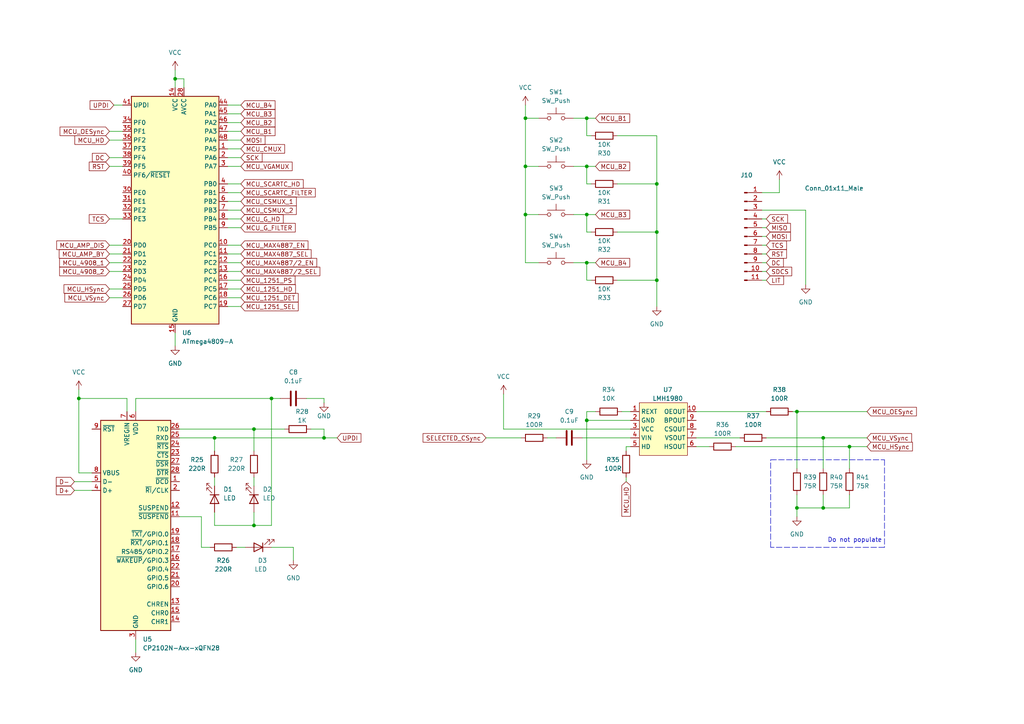
<source format=kicad_sch>
(kicad_sch (version 20211123) (generator eeschema)
  (paper "A4")
  (title_block (title "RT5XP-EXP") (date "2023-09-01") (rev "V1.2") (company "Artjom Eske"))
  (lib_symbols
    (symbol "Connector:Conn_01x11_Male" (pin_names (offset 1.016) hide)
      (property "Reference" "J" (at 0 15.24 0))
      (property "Value" "Conn_01x11_Male" (at 0 -15.24 0))
      (symbol "Conn_01x11_Male_1_1"
        (polyline (pts (xy 1.27 -12.7) (xy 0.8636 -12.7)) (stroke (width 0.1524)))
        (polyline (pts (xy 1.27 -10.16) (xy 0.8636 -10.16)) (stroke (width 0.1524)))
        (polyline (pts (xy 1.27 -7.62) (xy 0.8636 -7.62)) (stroke (width 0.1524)))
        (polyline (pts (xy 1.27 -5.08) (xy 0.8636 -5.08)) (stroke (width 0.1524)))
        (polyline (pts (xy 1.27 -2.54) (xy 0.8636 -2.54)) (stroke (width 0.1524)))
        (polyline (pts (xy 1.27 0) (xy 0.8636 0)) (stroke (width 0.1524)))
        (polyline (pts (xy 1.27 2.54) (xy 0.8636 2.54)) (stroke (width 0.1524)))
        (polyline (pts (xy 1.27 5.08) (xy 0.8636 5.08)) (stroke (width 0.1524)))
        (polyline (pts (xy 1.27 7.62) (xy 0.8636 7.62)) (stroke (width 0.1524)))
        (polyline (pts (xy 1.27 10.16) (xy 0.8636 10.16)) (stroke (width 0.1524)))
        (polyline (pts (xy 1.27 12.7) (xy 0.8636 12.7)) (stroke (width 0.1524)))
        (rectangle (start 0.8636 -12.573) (end 0 -12.827) (stroke (width 0.1524)) (fill (type outline)))
        (rectangle (start 0.8636 -10.033) (end 0 -10.287) (stroke (width 0.1524)) (fill (type outline)))
        (rectangle (start 0.8636 -7.493) (end 0 -7.747) (stroke (width 0.1524)) (fill (type outline)))
        (rectangle (start 0.8636 -4.953) (end 0 -5.207) (stroke (width 0.1524)) (fill (type outline)))
        (rectangle (start 0.8636 -2.413) (end 0 -2.667) (stroke (width 0.1524)) (fill (type outline)))
        (rectangle (start 0.8636 0.127) (end 0 -0.127) (stroke (width 0.1524)) (fill (type outline)))
        (rectangle (start 0.8636 2.667) (end 0 2.413) (stroke (width 0.1524)) (fill (type outline)))
        (rectangle (start 0.8636 5.207) (end 0 4.953) (stroke (width 0.1524)) (fill (type outline)))
        (rectangle (start 0.8636 7.747) (end 0 7.493) (stroke (width 0.1524)) (fill (type outline)))
        (rectangle (start 0.8636 10.287) (end 0 10.033) (stroke (width 0.1524)) (fill (type outline)))
        (rectangle (start 0.8636 12.827) (end 0 12.573) (stroke (width 0.1524)) (fill (type outline)))
        (pin passive line (at 5.08 12.7 180) (length 3.81) (name "Pin_1") (number "1"))
        (pin passive line (at 5.08 -10.16 180) (length 3.81) (name "Pin_10") (number "10"))
        (pin passive line (at 5.08 -12.7 180) (length 3.81) (name "Pin_11") (number "11"))
        (pin passive line (at 5.08 10.16 180) (length 3.81) (name "Pin_2") (number "2"))
        (pin passive line (at 5.08 7.62 180) (length 3.81) (name "Pin_3") (number "3"))
        (pin passive line (at 5.08 5.08 180) (length 3.81) (name "Pin_4") (number "4"))
        (pin passive line (at 5.08 2.54 180) (length 3.81) (name "Pin_5") (number "5"))
        (pin passive line (at 5.08 0 180) (length 3.81) (name "Pin_6") (number "6"))
        (pin passive line (at 5.08 -2.54 180) (length 3.81) (name "Pin_7") (number "7"))
        (pin passive line (at 5.08 -5.08 180) (length 3.81) (name "Pin_8") (number "8"))
        (pin passive line (at 5.08 -7.62 180) (length 3.81) (name "Pin_9") (number "9"))
      )
    )
    (symbol "Device:C" (pin_numbers hide) (pin_names (offset 0.254))
      (property "Reference" "C" (at 0.635 2.54 0))
      (property "Value" "C" (at 0.635 -2.54 0))
      (symbol "C_0_1"
        (polyline (pts (xy -2.032 -0.762) (xy 2.032 -0.762)) (stroke (width 0.508)))
        (polyline (pts (xy -2.032 0.762) (xy 2.032 0.762)) (stroke (width 0.508)))
      )
      (symbol "C_1_1"
        (pin passive line (at 0 3.81 270) (length 2.794) (name "~") (number "1"))
        (pin passive line (at 0 -3.81 90) (length 2.794) (name "~") (number "2"))
      )
    )
    (symbol "Device:LED" (pin_numbers hide) (pin_names (offset 1.016) hide)
      (property "Reference" "D" (at 0 2.54 0))
      (property "Value" "LED" (at 0 -2.54 0))
      (symbol "LED_0_1"
        (polyline (pts (xy -1.27 -1.27) (xy -1.27 1.27)) (stroke (width 0.254)))
        (polyline (pts (xy -1.27 0) (xy 1.27 0)))
        (polyline (pts (xy 1.27 -1.27) (xy 1.27 1.27) (xy -1.27 0) (xy 1.27 -1.27)) (stroke (width 0.254)))
        (polyline (pts (xy -3.048 -0.762) (xy -4.572 -2.286) (xy -3.81 -2.286) (xy -4.572 -2.286) (xy -4.572 -1.524)))
        (polyline (pts (xy -1.778 -0.762) (xy -3.302 -2.286) (xy -2.54 -2.286) (xy -3.302 -2.286) (xy -3.302 -1.524)))
      )
      (symbol "LED_1_1"
        (pin passive line (at -3.81 0 0) (length 2.54) (name "K") (number "1"))
        (pin passive line (at 3.81 0 180) (length 2.54) (name "A") (number "2"))
      )
    )
    (symbol "Interface_USB:CP2102N-Axx-xQFN28"
      (property "Reference" "U" (at -8.89 31.75 0))
      (property "Value" "CP2102N-Axx-xQFN28" (at 12.7 31.75 0))
      (symbol "CP2102N-Axx-xQFN28_0_1"
        (rectangle (start -10.16 30.48) (end 10.16 -30.48) (stroke (width 0.254)) (fill (type background)))
      )
      (symbol "CP2102N-Axx-xQFN28_1_1"
        (pin input line (at 12.7 12.7 180) (length 2.54) (name "~{DCD}") (number "1"))
        (pin no_connect line (at -10.16 -27.94 0) (length 2.54) hide (name "NC") (number "10"))
        (pin output line (at 12.7 2.54 180) (length 2.54) (name "~{SUSPEND}") (number "11"))
        (pin output line (at 12.7 5.08 180) (length 2.54) (name "SUSPEND") (number "12"))
        (pin output line (at 12.7 -22.86 180) (length 2.54) (name "CHREN") (number "13"))
        (pin output line (at 12.7 -27.94 180) (length 2.54) (name "CHR1") (number "14"))
        (pin output line (at 12.7 -25.4 180) (length 2.54) (name "CHR0") (number "15"))
        (pin bidirectional line (at 12.7 -10.16 180) (length 2.54) (name "~{WAKEUP}/GPIO.3") (number "16"))
        (pin bidirectional line (at 12.7 -7.62 180) (length 2.54) (name "RS485/GPIO.2") (number "17"))
        (pin bidirectional line (at 12.7 -5.08 180) (length 2.54) (name "~{RXT}/GPIO.1") (number "18"))
        (pin bidirectional line (at 12.7 -2.54 180) (length 2.54) (name "~{TXT}/GPIO.0") (number "19"))
        (pin bidirectional line (at 12.7 10.16 180) (length 2.54) (name "~{RI}/CLK") (number "2"))
        (pin bidirectional line (at 12.7 -17.78 180) (length 2.54) (name "GPIO.6") (number "20"))
        (pin bidirectional line (at 12.7 -15.24 180) (length 2.54) (name "GPIO.5") (number "21"))
        (pin bidirectional line (at 12.7 -12.7 180) (length 2.54) (name "GPIO.4") (number "22"))
        (pin input line (at 12.7 20.32 180) (length 2.54) (name "~{CTS}") (number "23"))
        (pin output line (at 12.7 22.86 180) (length 2.54) (name "~{RTS}") (number "24"))
        (pin input line (at 12.7 25.4 180) (length 2.54) (name "RXD") (number "25"))
        (pin output line (at 12.7 27.94 180) (length 2.54) (name "TXD") (number "26"))
        (pin input line (at 12.7 17.78 180) (length 2.54) (name "~{DSR}") (number "27"))
        (pin output line (at 12.7 15.24 180) (length 2.54) (name "~{DTR}") (number "28"))
        (pin passive line (at 0 -33.02 90) (length 2.54) hide (name "GND") (number "29"))
        (pin power_in line (at 0 -33.02 90) (length 2.54) (name "GND") (number "3"))
        (pin bidirectional line (at -12.7 10.16 0) (length 2.54) (name "D+") (number "4"))
        (pin bidirectional line (at -12.7 12.7 0) (length 2.54) (name "D-") (number "5"))
        (pin power_in line (at 0 33.02 270) (length 2.54) (name "VDD") (number "6"))
        (pin power_in line (at -2.54 33.02 270) (length 2.54) (name "VREGIN") (number "7"))
        (pin input line (at -12.7 15.24 0) (length 2.54) (name "VBUS") (number "8"))
        (pin input line (at -12.7 27.94 0) (length 2.54) (name "~{RST}") (number "9"))
      )
    )
    (symbol "MCU_Microchip_ATmega:ATmega4809-A"
      (property "Reference" "U" (at -12.7 34.29 0))
      (property "Value" "ATmega4809-A" (at 2.54 -34.29 0))
      (symbol "ATmega4809-A_0_1"
        (rectangle (start -12.7 -33.02) (end 12.7 33.02) (stroke (width 0.254)) (fill (type background)))
      )
      (symbol "ATmega4809-A_1_1"
        (pin bidirectional line (at 15.24 17.78 180) (length 2.54) (name "PA5") (number "1"))
        (pin bidirectional line (at 15.24 -10.16 180) (length 2.54) (name "PC0") (number "10"))
        (pin bidirectional line (at 15.24 -12.7 180) (length 2.54) (name "PC1") (number "11"))
        (pin bidirectional line (at 15.24 -15.24 180) (length 2.54) (name "PC2") (number "12"))
        (pin bidirectional line (at 15.24 -17.78 180) (length 2.54) (name "PC3") (number "13"))
        (pin power_in line (at 0 35.56 270) (length 2.54) (name "VCC") (number "14"))
        (pin power_in line (at 0 -35.56 90) (length 2.54) (name "GND") (number "15"))
        (pin bidirectional line (at 15.24 -20.32 180) (length 2.54) (name "PC4") (number "16"))
        (pin bidirectional line (at 15.24 -22.86 180) (length 2.54) (name "PC5") (number "17"))
        (pin bidirectional line (at 15.24 -25.4 180) (length 2.54) (name "PC6") (number "18"))
        (pin bidirectional line (at 15.24 -27.94 180) (length 2.54) (name "PC7") (number "19"))
        (pin bidirectional line (at 15.24 15.24 180) (length 2.54) (name "PA6") (number "2"))
        (pin bidirectional line (at -15.24 -10.16 0) (length 2.54) (name "PD0") (number "20"))
        (pin bidirectional line (at -15.24 -12.7 0) (length 2.54) (name "PD1") (number "21"))
        (pin bidirectional line (at -15.24 -15.24 0) (length 2.54) (name "PD2") (number "22"))
        (pin bidirectional line (at -15.24 -17.78 0) (length 2.54) (name "PD3") (number "23"))
        (pin bidirectional line (at -15.24 -20.32 0) (length 2.54) (name "PD4") (number "24"))
        (pin bidirectional line (at -15.24 -22.86 0) (length 2.54) (name "PD5") (number "25"))
        (pin bidirectional line (at -15.24 -25.4 0) (length 2.54) (name "PD6") (number "26"))
        (pin bidirectional line (at -15.24 -27.94 0) (length 2.54) (name "PD7") (number "27"))
        (pin power_in line (at 2.54 35.56 270) (length 2.54) (name "AVCC") (number "28"))
        (pin passive line (at 0 -35.56 90) (length 2.54) hide (name "GND") (number "29"))
        (pin bidirectional line (at 15.24 12.7 180) (length 2.54) (name "PA7") (number "3"))
        (pin bidirectional line (at -15.24 5.08 0) (length 2.54) (name "PE0") (number "30"))
        (pin bidirectional line (at -15.24 2.54 0) (length 2.54) (name "PE1") (number "31"))
        (pin bidirectional line (at -15.24 0 0) (length 2.54) (name "PE2") (number "32"))
        (pin bidirectional line (at -15.24 -2.54 0) (length 2.54) (name "PE3") (number "33"))
        (pin bidirectional line (at -15.24 25.4 0) (length 2.54) (name "PF0") (number "34"))
        (pin bidirectional line (at -15.24 22.86 0) (length 2.54) (name "PF1") (number "35"))
        (pin bidirectional line (at -15.24 20.32 0) (length 2.54) (name "PF2") (number "36"))
        (pin bidirectional line (at -15.24 17.78 0) (length 2.54) (name "PF3") (number "37"))
        (pin bidirectional line (at -15.24 15.24 0) (length 2.54) (name "PF4") (number "38"))
        (pin bidirectional line (at -15.24 12.7 0) (length 2.54) (name "PF5") (number "39"))
        (pin bidirectional line (at 15.24 7.62 180) (length 2.54) (name "PB0") (number "4"))
        (pin bidirectional line (at -15.24 10.16 0) (length 2.54) (name "PF6/~{RESET}") (number "40"))
        (pin bidirectional line (at -15.24 30.48 0) (length 2.54) (name "UPDI") (number "41"))
        (pin passive line (at 0 35.56 270) (length 2.54) hide (name "VCC") (number "42"))
        (pin passive line (at 0 -35.56 90) (length 2.54) hide (name "GND") (number "43"))
        (pin bidirectional line (at 15.24 30.48 180) (length 2.54) (name "PA0") (number "44"))
        (pin bidirectional line (at 15.24 27.94 180) (length 2.54) (name "PA1") (number "45"))
        (pin bidirectional line (at 15.24 25.4 180) (length 2.54) (name "PA2") (number "46"))
        (pin bidirectional line (at 15.24 22.86 180) (length 2.54) (name "PA3") (number "47"))
        (pin bidirectional line (at 15.24 20.32 180) (length 2.54) (name "PA4") (number "48"))
        (pin bidirectional line (at 15.24 5.08 180) (length 2.54) (name "PB1") (number "5"))
        (pin bidirectional line (at 15.24 2.54 180) (length 2.54) (name "PB2") (number "6"))
        (pin bidirectional line (at 15.24 0 180) (length 2.54) (name "PB3") (number "7"))
        (pin bidirectional line (at 15.24 -2.54 180) (length 2.54) (name "PB4") (number "8"))
        (pin bidirectional line (at 15.24 -5.08 180) (length 2.54) (name "PB5") (number "9"))
      )
    )
    (symbol "RT5XP_EXP:LMH1980"
      (property "Reference" "U" (at 0 8.89 0))
      (property "Value" "LMH1980" (at 0 11.43 0))
      (symbol "LMH1980_0_1"
        (rectangle (start -7.62 7.62) (end 6.35 -7.62) (fill (type background)))
      )
      (symbol "LMH1980_1_1"
        (pin input line (at -10.16 5.08 0) (length 2.54) (name "REXT") (number "1"))
        (pin input line (at 8.89 5.08 180) (length 2.54) (name "OEOUT") (number "10"))
        (pin input line (at -10.16 2.54 0) (length 2.54) (name "GND") (number "2"))
        (pin input line (at -10.16 0 0) (length 2.54) (name "VCC") (number "3"))
        (pin input line (at -10.16 -2.54 0) (length 2.54) (name "VIN") (number "4"))
        (pin input line (at -10.16 -5.08 0) (length 2.54) (name "HD") (number "5"))
        (pin input line (at 8.89 -5.08 180) (length 2.54) (name "HSOUT") (number "6"))
        (pin input line (at 8.89 -2.54 180) (length 2.54) (name "VSOUT") (number "7"))
        (pin input line (at 8.89 0 180) (length 2.54) (name "CSOUT") (number "8"))
        (pin input line (at 8.89 2.54 180) (length 2.54) (name "BPOUT") (number "9"))
      )
    )
    (symbol "RT5XP_EXP:R" (pin_numbers hide)
      (property "Reference" "R" (at 1.778 0 0))
      (property "Value" "R" (at 0 0 0))
      (symbol "R_0_1"
        (rectangle (start -1.016 -2.54) (end 1.016 2.54) (stroke (width 0.254)))
      )
      (symbol "R_1_1"
        (pin passive line (at 0 3.81 270) (length 1.27) (name "~") (number "1"))
        (pin passive line (at 0 -3.81 90) (length 1.27) (name "") (number "2"))
      )
    )
    (symbol "Switch:SW_Push" (pin_numbers hide) (pin_names (offset 1.016) hide)
      (property "Reference" "SW" (at 1.27 2.54 0))
      (property "Value" "SW_Push" (at 0 -1.524 0))
      (symbol "SW_Push_0_1"
        (circle (center -2.032 0) (radius 0.508))
        (polyline (pts (xy 0 1.27) (xy 0 3.048)))
        (polyline (pts (xy 2.54 1.27) (xy -2.54 1.27)))
        (circle (center 2.032 0) (radius 0.508))
        (pin passive line (at -5.08 0 0) (length 2.54) (name "1") (number "1"))
        (pin passive line (at 5.08 0 180) (length 2.54) (name "2") (number "2"))
      )
    )
    (symbol "power:GND" (power) (pin_names (offset 0))
      (property "Value" "GND" (at 0 -3.81 0))
      (symbol "GND_0_1"
        (polyline (pts (xy 0 0) (xy 0 -1.27) (xy 1.27 -1.27) (xy 0 -2.54) (xy -1.27 -1.27) (xy 0 -1.27)))
      )
      (symbol "GND_1_1"
        (pin power_in line (at 0 0 270) (length 0) hide (name "GND") (number "1"))
      )
    )
    (symbol "power:VCC" (power) (pin_names (offset 0))
      (property "Value" "VCC" (at 0 3.81 0))
      (symbol "VCC_0_1"
        (polyline (pts (xy -0.762 1.27) (xy 0 2.54)))
        (polyline (pts (xy 0 0) (xy 0 2.54)))
        (polyline (pts (xy 0 2.54) (xy 0.762 1.27)))
      )
      (symbol "VCC_1_1"
        (pin power_in line (at 0 0 90) (length 0) hide (name "VCC") (number "1"))
      )
    )
  )
  (junction (at 170.18 34.29))
  (junction (at 190.5 53.34))
  (junction (at 238.76 147.32))
  (junction (at 93.98 127))
  (junction (at 50.8 22.86))
  (junction (at 190.5 67.31))
  (junction (at 170.18 121.92))
  (junction (at 170.18 76.2))
  (junction (at 73.66 124.46))
  (junction (at 170.18 48.26))
  (junction (at 231.14 147.32))
  (junction (at 152.4 48.26))
  (junction (at 190.5 81.28))
  (junction (at 152.4 62.23))
  (junction (at 246.38 129.54))
  (junction (at 238.76 127))
  (junction (at 73.66 152.4))
  (junction (at 152.4 34.29))
  (junction (at 22.86 115.57))
  (junction (at 231.14 119.38))
  (junction (at 62.23 127))
  (junction (at 78.74 115.57))
  (junction (at 170.18 62.23))
  (wire (pts (xy 69.85 38.1) (xy 66.04 38.1)))
  (wire (pts (xy 69.85 83.82) (xy 66.04 83.82)))
  (wire (pts (xy 170.18 34.29) (xy 172.72 34.29)))
  (wire (pts (xy 170.18 81.28) (xy 170.18 76.2)))
  (wire (pts (xy 50.8 20.32) (xy 50.8 22.86)))
  (wire (pts (xy 22.86 115.57) (xy 22.86 113.03)))
  (wire (pts (xy 222.25 78.74) (xy 220.98 78.74)))
  (wire (pts (xy 222.25 63.5) (xy 220.98 63.5)))
  (wire (pts (xy 170.18 76.2) (xy 172.72 76.2)))
  (wire (pts (xy 166.37 34.29) (xy 170.18 34.29)))
  (wire (pts (xy 152.4 76.2) (xy 156.21 76.2)))
  (wire (pts (xy 69.85 43.18) (xy 66.04 43.18)))
  (wire (pts (xy 21.59 142.24) (xy 26.67 142.24)))
  (wire (pts (xy 31.75 45.72) (xy 35.56 45.72)))
  (wire (pts (xy 69.85 40.64) (xy 66.04 40.64)))
  (wire (pts (xy 62.23 140.97) (xy 62.23 138.43)))
  (wire (pts (xy 69.85 60.96) (xy 66.04 60.96)))
  (wire (pts (xy 233.68 60.96) (xy 233.68 82.55)))
  (wire (pts (xy 62.23 127) (xy 62.23 130.81)))
  (wire (pts (xy 78.74 115.57) (xy 78.74 152.4)))
  (wire (pts (xy 152.4 34.29) (xy 152.4 48.26)))
  (wire (pts (xy 146.05 114.3) (xy 146.05 124.46)))
  (wire (pts (xy 246.38 147.32) (xy 238.76 147.32)))
  (wire (pts (xy 73.66 124.46) (xy 73.66 130.81)))
  (wire (pts (xy 85.09 158.75) (xy 85.09 162.56)))
  (wire (pts (xy 93.98 115.57) (xy 93.98 116.84)))
  (wire (pts (xy 39.37 185.42) (xy 39.37 189.23)))
  (wire (pts (xy 181.61 129.54) (xy 181.61 130.81)))
  (wire (pts (xy 78.74 115.57) (xy 81.28 115.57)))
  (wire (pts (xy 152.4 48.26) (xy 152.4 62.23)))
  (wire (pts (xy 152.4 62.23) (xy 152.4 76.2)))
  (wire (pts (xy 172.72 119.38) (xy 170.18 119.38)))
  (wire (pts (xy 22.86 115.57) (xy 36.83 115.57)))
  (wire (pts (xy 220.98 60.96) (xy 233.68 60.96)))
  (wire (pts (xy 251.46 119.38) (xy 231.14 119.38)))
  (wire (pts (xy 58.42 149.86) (xy 58.42 158.75)))
  (wire (pts (xy 73.66 152.4) (xy 78.74 152.4)))
  (wire (pts (xy 69.85 58.42) (xy 66.04 58.42)))
  (wire (pts (xy 152.4 48.26) (xy 156.21 48.26)))
  (wire (pts (xy 166.37 76.2) (xy 170.18 76.2)))
  (wire (pts (xy 69.85 86.36) (xy 66.04 86.36)))
  (wire (pts (xy 201.93 129.54) (xy 205.74 129.54)))
  (wire (pts (xy 69.85 30.48) (xy 66.04 30.48)))
  (wire (pts (xy 231.14 147.32) (xy 231.14 149.86)))
  (wire (pts (xy 39.37 115.57) (xy 78.74 115.57)))
  (wire (pts (xy 69.85 78.74) (xy 66.04 78.74)))
  (wire (pts (xy 90.17 124.46) (xy 93.98 124.46)))
  (wire (pts (xy 31.75 78.74) (xy 35.56 78.74)))
  (wire (pts (xy 171.45 39.37) (xy 170.18 39.37)))
  (wire (pts (xy 152.4 34.29) (xy 156.21 34.29)))
  (wire (pts (xy 93.98 124.46) (xy 93.98 127)))
  (wire (pts (xy 31.75 40.64) (xy 35.56 40.64)))
  (wire (pts (xy 222.25 71.12) (xy 220.98 71.12)))
  (wire (pts (xy 22.86 137.16) (xy 22.86 115.57)))
  (wire (pts (xy 170.18 39.37) (xy 170.18 34.29)))
  (wire (pts (xy 222.25 68.58) (xy 220.98 68.58)))
  (wire (pts (xy 190.5 39.37) (xy 190.5 53.34)))
  (wire (pts (xy 231.14 147.32) (xy 231.14 143.51)))
  (wire (pts (xy 238.76 127) (xy 238.76 135.89)))
  (wire (pts (xy 251.46 127) (xy 238.76 127)))
  (wire (pts (xy 31.75 71.12) (xy 35.56 71.12)))
  (wire (pts (xy 50.8 22.86) (xy 50.8 25.4)))
  (wire (pts (xy 69.85 35.56) (xy 66.04 35.56)))
  (wire (pts (xy 62.23 152.4) (xy 62.23 148.59)))
  (wire (pts (xy 33.02 30.48) (xy 35.56 30.48)))
  (wire (pts (xy 246.38 143.51) (xy 246.38 147.32)))
  (wire (pts (xy 222.25 81.28) (xy 220.98 81.28)))
  (wire (pts (xy 73.66 152.4) (xy 73.66 148.59)))
  (wire (pts (xy 179.07 81.28) (xy 190.5 81.28)))
  (wire (pts (xy 226.06 55.88) (xy 226.06 52.07)))
  (wire (pts (xy 231.14 119.38) (xy 231.14 135.89)))
  (wire (pts (xy 31.75 76.2) (xy 35.56 76.2)))
  (wire (pts (xy 53.34 22.86) (xy 53.34 25.4)))
  (wire (pts (xy 52.07 124.46) (xy 73.66 124.46)))
  (wire (pts (xy 238.76 143.51) (xy 238.76 147.32)))
  (wire (pts (xy 26.67 137.16) (xy 22.86 137.16)))
  (wire (pts (xy 31.75 86.36) (xy 35.56 86.36)))
  (wire (pts (xy 170.18 53.34) (xy 170.18 48.26)))
  (wire (pts (xy 220.98 55.88) (xy 226.06 55.88)))
  (wire (pts (xy 170.18 62.23) (xy 172.72 62.23)))
  (polyline (pts (xy 256.54 133.35) (xy 256.54 158.75)))
  (wire (pts (xy 140.97 127) (xy 151.13 127)))
  (wire (pts (xy 179.07 53.34) (xy 190.5 53.34)))
  (wire (pts (xy 246.38 129.54) (xy 251.46 129.54)))
  (wire (pts (xy 62.23 127) (xy 93.98 127)))
  (wire (pts (xy 69.85 81.28) (xy 66.04 81.28)))
  (wire (pts (xy 69.85 33.02) (xy 66.04 33.02)))
  (wire (pts (xy 31.75 73.66) (xy 35.56 73.66)))
  (wire (pts (xy 93.98 127) (xy 97.79 127)))
  (wire (pts (xy 170.18 119.38) (xy 170.18 121.92)))
  (wire (pts (xy 190.5 67.31) (xy 190.5 81.28)))
  (wire (pts (xy 246.38 129.54) (xy 246.38 135.89)))
  (wire (pts (xy 152.4 30.48) (xy 152.4 34.29)))
  (wire (pts (xy 69.85 53.34) (xy 66.04 53.34)))
  (wire (pts (xy 21.59 139.7) (xy 26.67 139.7)))
  (wire (pts (xy 78.74 158.75) (xy 85.09 158.75)))
  (wire (pts (xy 69.85 71.12) (xy 66.04 71.12)))
  (wire (pts (xy 171.45 67.31) (xy 170.18 67.31)))
  (wire (pts (xy 152.4 62.23) (xy 156.21 62.23)))
  (wire (pts (xy 171.45 81.28) (xy 170.18 81.28)))
  (wire (pts (xy 222.25 76.2) (xy 220.98 76.2)))
  (wire (pts (xy 170.18 121.92) (xy 170.18 133.35)))
  (wire (pts (xy 31.75 48.26) (xy 35.56 48.26)))
  (wire (pts (xy 190.5 53.34) (xy 190.5 67.31)))
  (polyline (pts (xy 223.52 133.35) (xy 256.54 133.35)))
  (wire (pts (xy 171.45 53.34) (xy 170.18 53.34)))
  (wire (pts (xy 201.93 127) (xy 214.63 127)))
  (wire (pts (xy 158.75 127) (xy 161.29 127)))
  (wire (pts (xy 69.85 88.9) (xy 66.04 88.9)))
  (wire (pts (xy 166.37 62.23) (xy 170.18 62.23)))
  (wire (pts (xy 69.85 73.66) (xy 66.04 73.66)))
  (wire (pts (xy 179.07 67.31) (xy 190.5 67.31)))
  (wire (pts (xy 180.34 119.38) (xy 182.88 119.38)))
  (wire (pts (xy 182.88 124.46) (xy 146.05 124.46)))
  (wire (pts (xy 58.42 158.75) (xy 60.96 158.75)))
  (wire (pts (xy 166.37 48.26) (xy 170.18 48.26)))
  (wire (pts (xy 201.93 119.38) (xy 222.25 119.38)))
  (wire (pts (xy 190.5 81.28) (xy 190.5 88.9)))
  (wire (pts (xy 222.25 66.04) (xy 220.98 66.04)))
  (wire (pts (xy 73.66 140.97) (xy 73.66 138.43)))
  (wire (pts (xy 50.8 96.52) (xy 50.8 100.33)))
  (wire (pts (xy 69.85 76.2) (xy 66.04 76.2)))
  (wire (pts (xy 69.85 66.04) (xy 66.04 66.04)))
  (wire (pts (xy 69.85 48.26) (xy 66.04 48.26)))
  (wire (pts (xy 73.66 124.46) (xy 82.55 124.46)))
  (wire (pts (xy 181.61 129.54) (xy 182.88 129.54)))
  (wire (pts (xy 168.91 127) (xy 182.88 127)))
  (wire (pts (xy 69.85 45.72) (xy 66.04 45.72)))
  (wire (pts (xy 88.9 115.57) (xy 93.98 115.57)))
  (wire (pts (xy 69.85 63.5) (xy 66.04 63.5)))
  (wire (pts (xy 170.18 48.26) (xy 172.72 48.26)))
  (polyline (pts (xy 256.54 158.75) (xy 223.52 158.75)))
  (wire (pts (xy 31.75 83.82) (xy 35.56 83.82)))
  (wire (pts (xy 73.66 152.4) (xy 62.23 152.4)))
  (wire (pts (xy 39.37 119.38) (xy 39.37 115.57)))
  (wire (pts (xy 69.85 55.88) (xy 66.04 55.88)))
  (wire (pts (xy 231.14 119.38) (xy 229.87 119.38)))
  (wire (pts (xy 50.8 22.86) (xy 53.34 22.86)))
  (wire (pts (xy 52.07 127) (xy 62.23 127)))
  (wire (pts (xy 170.18 67.31) (xy 170.18 62.23)))
  (wire (pts (xy 181.61 139.7) (xy 181.61 138.43)))
  (wire (pts (xy 31.75 63.5) (xy 35.56 63.5)))
  (wire (pts (xy 31.75 38.1) (xy 35.56 38.1)))
  (wire (pts (xy 231.14 147.32) (xy 238.76 147.32)))
  (wire (pts (xy 179.07 39.37) (xy 190.5 39.37)))
  (wire (pts (xy 182.88 121.92) (xy 170.18 121.92)))
  (wire (pts (xy 36.83 115.57) (xy 36.83 119.38)))
  (polyline (pts (xy 223.52 158.75) (xy 223.52 133.35)))
  (wire (pts (xy 222.25 127) (xy 238.76 127)))
  (wire (pts (xy 52.07 149.86) (xy 58.42 149.86)))
  (wire (pts (xy 213.36 129.54) (xy 246.38 129.54)))
  (wire (pts (xy 222.25 73.66) (xy 220.98 73.66)))
  (wire (pts (xy 71.12 158.75) (xy 68.58 158.75)))
  (text "Do not populate" (at 240.03 157.48 0) (effects (font (size 1.27 1.27)) (justify left bottom)))
  (global_label "MOSI" (shape input) (at 222.25 68.58 0) (property "Intersheet References" "${INTERSHEET_REFS}" (effects hide)))
  (global_label "MCU_B4" (shape input) (at 69.85 30.48 0) (property "Intersheet References" "${INTERSHEET_REFS}" (effects hide)))
  (global_label "TCS" (shape input) (at 222.25 71.12 0) (property "Intersheet References" "${INTERSHEET_REFS}" (effects hide)))
  (global_label "MCU_SCARTC_HD" (shape input) (at 69.85 53.34 0) (property "Intersheet References" "${INTERSHEET_REFS}" (effects hide)))
  (global_label "MCU_G_HD" (shape input) (at 69.85 63.5 0) (property "Intersheet References" "${INTERSHEET_REFS}" (effects hide)))
  (global_label "SCK" (shape input) (at 222.25 63.5 0) (property "Intersheet References" "${INTERSHEET_REFS}" (effects hide)))
  (global_label "MCU_OESync" (shape input) (at 31.75 38.1 180) (property "Intersheet References" "${INTERSHEET_REFS}" (effects hide)))
  (global_label "D+" (shape input) (at 21.59 142.24 180) (property "Intersheet References" "${INTERSHEET_REFS}" (effects hide)))
  (global_label "MCU_B1" (shape input) (at 172.72 34.29 0) (property "Intersheet References" "${INTERSHEET_REFS}" (effects hide)))
  (global_label "UPDI" (shape input) (at 97.79 127 0) (property "Intersheet References" "${INTERSHEET_REFS}" (effects hide)))
  (global_label "MCU_MAX4887_SEL" (shape input) (at 69.85 73.66 0) (property "Intersheet References" "${INTERSHEET_REFS}" (effects hide)))
  (global_label "RST" (shape input) (at 31.75 48.26 180) (property "Intersheet References" "${INTERSHEET_REFS}" (effects hide)))
  (global_label "MCU_G_FILTER" (shape input) (at 69.85 66.04 0) (property "Intersheet References" "${INTERSHEET_REFS}" (effects hide)))
  (global_label "MCU_OESync" (shape input) (at 251.46 119.38 0) (property "Intersheet References" "${INTERSHEET_REFS}" (effects hide)))
  (global_label "MCU_VSync" (shape input) (at 31.75 86.36 180) (property "Intersheet References" "${INTERSHEET_REFS}" (effects hide)))
  (global_label "MCU_1251_DET" (shape input) (at 69.85 86.36 0) (property "Intersheet References" "${INTERSHEET_REFS}" (effects hide)))
  (global_label "DC" (shape input) (at 222.25 76.2 0) (property "Intersheet References" "${INTERSHEET_REFS}" (effects hide)))
  (global_label "LIT" (shape input) (at 222.25 81.28 0) (property "Intersheet References" "${INTERSHEET_REFS}" (effects hide)))
  (global_label "SCK" (shape input) (at 69.85 45.72 0) (property "Intersheet References" "${INTERSHEET_REFS}" (effects hide)))
  (global_label "MCU_HD" (shape input) (at 181.61 139.7 270) (property "Intersheet References" "${INTERSHEET_REFS}" (effects hide)))
  (global_label "MCU_B4" (shape input) (at 172.72 76.2 0) (property "Intersheet References" "${INTERSHEET_REFS}" (effects hide)))
  (global_label "RST" (shape input) (at 222.25 73.66 0) (property "Intersheet References" "${INTERSHEET_REFS}" (effects hide)))
  (global_label "D-" (shape input) (at 21.59 139.7 180) (property "Intersheet References" "${INTERSHEET_REFS}" (effects hide)))
  (global_label "MCU_B3" (shape input) (at 69.85 33.02 0) (property "Intersheet References" "${INTERSHEET_REFS}" (effects hide)))
  (global_label "MCU_B3" (shape input) (at 172.72 62.23 0) (property "Intersheet References" "${INTERSHEET_REFS}" (effects hide)))
  (global_label "MCU_HSync" (shape input) (at 251.46 129.54 0) (property "Intersheet References" "${INTERSHEET_REFS}" (effects hide)))
  (global_label "MCU_CMUX" (shape input) (at 69.85 43.18 0) (property "Intersheet References" "${INTERSHEET_REFS}" (effects hide)))
  (global_label "MCU_SCARTC_FILTER" (shape input) (at 69.85 55.88 0) (property "Intersheet References" "${INTERSHEET_REFS}" (effects hide)))
  (global_label "MCU_AMP_BY" (shape input) (at 31.75 73.66 180) (property "Intersheet References" "${INTERSHEET_REFS}" (effects hide)))
  (global_label "MCU_VGAMUX" (shape input) (at 69.85 48.26 0) (property "Intersheet References" "${INTERSHEET_REFS}" (effects hide)))
  (global_label "MCU_CSMUX_1" (shape input) (at 69.85 58.42 0) (property "Intersheet References" "${INTERSHEET_REFS}" (effects hide)))
  (global_label "UPDI" (shape input) (at 33.02 30.48 180) (property "Intersheet References" "${INTERSHEET_REFS}" (effects hide)))
  (global_label "MCU_VSync" (shape input) (at 251.46 127 0) (property "Intersheet References" "${INTERSHEET_REFS}" (effects hide)))
  (global_label "SELECTED_CSync" (shape input) (at 140.97 127 180) (property "Intersheet References" "${INTERSHEET_REFS}" (effects hide)))
  (global_label "MCU_CSMUX_2" (shape input) (at 69.85 60.96 0) (property "Intersheet References" "${INTERSHEET_REFS}" (effects hide)))
  (global_label "SDCS" (shape input) (at 222.25 78.74 0) (property "Intersheet References" "${INTERSHEET_REFS}" (effects hide)))
  (global_label "TCS" (shape input) (at 31.75 63.5 180) (property "Intersheet References" "${INTERSHEET_REFS}" (effects hide)))
  (global_label "MCU_AMP_DIS" (shape input) (at 31.75 71.12 180) (property "Intersheet References" "${INTERSHEET_REFS}" (effects hide)))
  (global_label "MOSI" (shape input) (at 69.85 40.64 0) (property "Intersheet References" "${INTERSHEET_REFS}" (effects hide)))
  (global_label "MCU_B2" (shape input) (at 69.85 35.56 0) (property "Intersheet References" "${INTERSHEET_REFS}" (effects hide)))
  (global_label "MCU_HD" (shape input) (at 31.75 40.64 180) (property "Intersheet References" "${INTERSHEET_REFS}" (effects hide)))
  (global_label "MCU_1251_SEL" (shape input) (at 69.85 88.9 0) (property "Intersheet References" "${INTERSHEET_REFS}" (effects hide)))
  (global_label "DC" (shape input) (at 31.75 45.72 180) (property "Intersheet References" "${INTERSHEET_REFS}" (effects hide)))
  (global_label "MCU_MAX4887{slash}2_EN" (shape input) (at 69.85 76.2 0) (property "Intersheet References" "${INTERSHEET_REFS}" (effects hide)))
  (global_label "MCU_B1" (shape input) (at 69.85 38.1 0) (property "Intersheet References" "${INTERSHEET_REFS}" (effects hide)))
  (global_label "MCU_MAX4887{slash}2_SEL" (shape input) (at 69.85 78.74 0) (property "Intersheet References" "${INTERSHEET_REFS}" (effects hide)))
  (global_label "MCU_HSync" (shape input) (at 31.75 83.82 180) (property "Intersheet References" "${INTERSHEET_REFS}" (effects hide)))
  (global_label "MCU_MAX4887_EN" (shape input) (at 69.85 71.12 0) (property "Intersheet References" "${INTERSHEET_REFS}" (effects hide)))
  (global_label "MCU_4908_2" (shape input) (at 31.75 78.74 180) (property "Intersheet References" "${INTERSHEET_REFS}" (effects hide)))
  (global_label "MCU_4908_1" (shape input) (at 31.75 76.2 180) (property "Intersheet References" "${INTERSHEET_REFS}" (effects hide)))
  (global_label "MCU_1251_PS" (shape input) (at 69.85 81.28 0) (property "Intersheet References" "${INTERSHEET_REFS}" (effects hide)))
  (global_label "MCU_1251_HD" (shape input) (at 69.85 83.82 0) (property "Intersheet References" "${INTERSHEET_REFS}" (effects hide)))
  (global_label "MISO" (shape input) (at 222.25 66.04 0) (property "Intersheet References" "${INTERSHEET_REFS}" (effects hide)))
  (global_label "MCU_B2" (shape input) (at 172.72 48.26 0) (property "Intersheet References" "${INTERSHEET_REFS}" (effects hide)))
  (symbol (lib_id "Switch:SW_Push") (at 161.29 48.26 0) (unit 1)
    (property "Reference" "SW2" (at 161.29 40.64 0))
    (property "Value" "SW_Push" (at 161.29 43.18 0))
    (property "Footprint" "Button_Switch_THT:SW_Tactile_SPST_Angled_PTS645Vx83-2LFS" (effects hide))
  )
  (symbol (lib_id "RT5XP_EXP:R") (at 62.23 134.62 0) (unit 1)
    (property "Reference" "R25" (at 57.15 133.35 0))
    (property "Value" "220R" (at 57.15 135.89 0))
    (property "Footprint" "RT5XP-EXP:R_0603" (effects hide))
  )
  (symbol (lib_id "Switch:SW_Push") (at 161.29 76.2 0) (unit 1)
    (property "Reference" "SW4" (at 161.29 68.58 0))
    (property "Value" "SW_Push" (at 161.29 71.12 0))
    (property "Footprint" "Button_Switch_THT:SW_Tactile_SPST_Angled_PTS645Vx83-2LFS" (effects hide))
  )
  (symbol (lib_id "power:GND") (at 50.8 100.33 0) (unit 1)
    (property "Reference" "#PWR018" (effects hide))
    (property "Value" "GND" (at 50.8 105.41 0))
  )
  (symbol (lib_id "Connector:Conn_01x11_Male") (at 215.9 68.58 0) (unit 1)
    (property "Reference" "J10" (at 216.535 50.8 0))
    (property "Value" "Conn_01x11_Male" (at 241.935 54.61 0))
    (property "Footprint" "Connector_PinHeader_2.54mm:PinHeader_1x11_P2.54mm_Horizontal" (effects hide))
  )
  (symbol (lib_id "power:GND") (at 190.5 88.9 0) (unit 1)
    (property "Reference" "#PWR024" (effects hide))
    (property "Value" "GND" (at 190.5 93.98 0))
  )
  (symbol (lib_id "RT5XP_EXP:R") (at 238.76 139.7 0) (unit 1)
    (property "Reference" "R40" (at 242.57 138.43 0))
    (property "Value" "75R" (at 242.57 140.97 0))
    (property "Footprint" "RT5XP-EXP:R_0603" (effects hide))
  )
  (symbol (lib_id "RT5XP_EXP:R") (at 226.06 119.38 270) (unit 1)
    (property "Reference" "R38" (at 226.06 113.03 90))
    (property "Value" "100R" (at 226.06 115.57 90))
    (property "Footprint" "RT5XP-EXP:R_0603" (effects hide))
  )
  (symbol (lib_id "RT5XP_EXP:R") (at 64.77 158.75 90) (unit 1)
    (property "Reference" "R26" (at 64.77 162.56 90))
    (property "Value" "220R" (at 64.77 165.1 90))
    (property "Footprint" "RT5XP-EXP:R_0603" (effects hide))
  )
  (symbol (lib_id "RT5XP_EXP:R") (at 218.44 127 270) (unit 1)
    (property "Reference" "R37" (at 218.44 120.65 90))
    (property "Value" "100R" (at 218.44 123.19 90))
    (property "Footprint" "RT5XP-EXP:R_0603" (effects hide))
  )
  (symbol (lib_id "RT5XP_EXP:R") (at 86.36 124.46 90) (unit 1)
    (property "Reference" "R28" (at 87.63 119.38 90))
    (property "Value" "1K" (at 87.63 121.92 90))
    (property "Footprint" "RT5XP-EXP:R_0603" (effects hide))
  )
  (symbol (lib_id "power:GND") (at 233.68 82.55 0) (unit 1)
    (property "Reference" "#PWR027" (effects hide))
    (property "Value" "GND" (at 233.68 87.63 0))
  )
  (symbol (lib_id "Device:LED") (at 73.66 144.78 270) (unit 1)
    (property "Reference" "D2" (at 76.2 141.9224 90) (effects (justify left)))
    (property "Value" "LED" (at 76.2 144.4624 90) (effects (justify left)))
    (property "Footprint" "LED_SMD:LED_0603_1608Metric" (effects hide))
  )
  (symbol (lib_id "power:VCC") (at 146.05 114.3 0) (unit 1)
    (property "Reference" "#PWR021" (effects hide))
    (property "Value" "VCC" (at 146.05 109.22 0))
  )
  (symbol (lib_id "RT5XP_EXP:R") (at 175.26 39.37 90) (unit 1)
    (property "Reference" "R30" (at 175.26 44.45 90))
    (property "Value" "10K" (at 175.26 41.91 90))
    (property "Footprint" "RT5XP-EXP:R_0603" (effects hide))
  )
  (symbol (lib_id "Device:C") (at 165.1 127 90) (unit 1)
    (property "Reference" "C9" (at 165.1 119.38 90))
    (property "Value" "0.1uF" (at 165.1 121.92 90))
    (property "Footprint" "Capacitor_SMD:C_0603_1608Metric" (effects hide))
  )
  (symbol (lib_id "power:GND") (at 39.37 189.23 0) (unit 1)
    (property "Reference" "#PWR016" (effects hide))
    (property "Value" "GND" (at 39.37 194.31 0))
  )
  (symbol (lib_id "Device:LED") (at 62.23 144.78 270) (unit 1)
    (property "Reference" "D1" (at 64.77 141.9224 90) (effects (justify left)))
    (property "Value" "LED" (at 64.77 144.4624 90) (effects (justify left)))
    (property "Footprint" "LED_SMD:LED_0603_1608Metric" (effects hide))
  )
  (symbol (lib_id "RT5XP_EXP:R") (at 246.38 139.7 0) (unit 1)
    (property "Reference" "R41" (at 250.19 138.43 0))
    (property "Value" "75R" (at 250.19 140.97 0))
    (property "Footprint" "RT5XP-EXP:R_0603" (effects hide))
  )
  (symbol (lib_id "RT5XP_EXP:R") (at 175.26 81.28 90) (unit 1)
    (property "Reference" "R33" (at 175.26 86.36 90))
    (property "Value" "10K" (at 175.26 83.82 90))
    (property "Footprint" "RT5XP-EXP:R_0603" (effects hide))
  )
  (symbol (lib_id "power:VCC") (at 152.4 30.48 0) (unit 1)
    (property "Reference" "#PWR022" (effects hide))
    (property "Value" "VCC" (at 152.4 25.4 0))
  )
  (symbol (lib_id "Switch:SW_Push") (at 161.29 62.23 0) (unit 1)
    (property "Reference" "SW3" (at 161.29 54.61 0))
    (property "Value" "SW_Push" (at 161.29 57.15 0))
    (property "Footprint" "Button_Switch_THT:SW_Tactile_SPST_Angled_PTS645Vx83-2LFS" (effects hide))
  )
  (symbol (lib_id "RT5XP_EXP:LMH1980") (at 193.04 124.46 0) (unit 1)
    (property "Reference" "U7" (at 193.675 113.03 0))
    (property "Value" "LMH1980" (at 193.675 115.57 0))
    (property "Footprint" "RT5XP-EXP:VSSOP-10_3x3mm_P0.5mm" (effects hide))
  )
  (symbol (lib_id "Device:C") (at 85.09 115.57 270) (unit 1)
    (property "Reference" "C8" (at 85.09 107.95 90))
    (property "Value" "0.1uF" (at 85.09 110.49 90))
    (property "Footprint" "Capacitor_SMD:C_0603_1608Metric" (effects hide))
  )
  (symbol (lib_id "RT5XP_EXP:R") (at 231.14 139.7 0) (unit 1)
    (property "Reference" "R39" (at 234.95 138.43 0))
    (property "Value" "75R" (at 234.95 140.97 0))
    (property "Footprint" "RT5XP-EXP:R_0603" (effects hide))
  )
  (symbol (lib_id "power:GND") (at 231.14 149.86 0) (unit 1)
    (property "Reference" "#PWR026" (effects hide))
    (property "Value" "GND" (at 231.14 154.94 0))
  )
  (symbol (lib_id "RT5XP_EXP:R") (at 73.66 134.62 0) (unit 1)
    (property "Reference" "R27" (at 68.58 133.35 0))
    (property "Value" "220R" (at 68.58 135.89 0))
    (property "Footprint" "RT5XP-EXP:R_0603" (effects hide))
  )
  (symbol (lib_id "power:VCC") (at 50.8 20.32 0) (unit 1)
    (property "Reference" "#PWR017" (effects hide))
    (property "Value" "VCC" (at 50.8 15.24 0))
  )
  (symbol (lib_id "RT5XP_EXP:R") (at 154.94 127 270) (unit 1)
    (property "Reference" "R29" (at 154.94 120.65 90))
    (property "Value" "100R" (at 154.94 123.19 90))
    (property "Footprint" "RT5XP-EXP:R_0603" (effects hide))
  )
  (symbol (lib_id "RT5XP_EXP:R") (at 175.26 67.31 90) (unit 1)
    (property "Reference" "R32" (at 175.26 72.39 90))
    (property "Value" "10K" (at 175.26 69.85 90))
    (property "Footprint" "RT5XP-EXP:R_0603" (effects hide))
  )
  (symbol (lib_id "RT5XP_EXP:R") (at 181.61 134.62 0) (unit 1)
    (property "Reference" "R35" (at 177.8 133.35 0))
    (property "Value" "100R" (at 177.8 135.89 0))
    (property "Footprint" "RT5XP-EXP:R_0603" (effects hide))
  )
  (symbol (lib_id "RT5XP_EXP:R") (at 176.53 119.38 270) (unit 1)
    (property "Reference" "R34" (at 176.53 113.03 90))
    (property "Value" "10K" (at 176.53 115.57 90))
    (property "Footprint" "RT5XP-EXP:R_0603" (effects hide))
  )
  (symbol (lib_id "MCU_Microchip_ATmega:ATmega4809-A") (at 50.8 60.96 0) (unit 1)
    (property "Reference" "U6" (at 52.8194 96.52 0) (effects (justify left)))
    (property "Value" "ATmega4809-A" (at 52.8194 99.06 0) (effects (justify left)))
    (property "Footprint" "Package_QFP:TQFP-48_7x7mm_P0.5mm" (effects hide))
    (property "Datasheet" "http://ww1.microchip.com/downloads/en/DeviceDoc/40002016A.pdf" (effects hide))
  )
  (symbol (lib_id "power:VCC") (at 226.06 52.07 0) (unit 1)
    (property "Reference" "#PWR025" (effects hide))
    (property "Value" "VCC" (at 226.06 46.99 0))
  )
  (symbol (lib_id "power:GND") (at 85.09 162.56 0) (unit 1)
    (property "Reference" "#PWR019" (effects hide))
    (property "Value" "GND" (at 85.09 167.64 0))
  )
  (symbol (lib_id "Device:LED") (at 74.93 158.75 180) (unit 1)
    (property "Reference" "D3" (at 77.47 162.56 0) (effects (justify left)))
    (property "Value" "LED" (at 77.47 165.1 0) (effects (justify left)))
    (property "Footprint" "LED_SMD:LED_0603_1608Metric" (effects hide))
  )
  (symbol (lib_id "RT5XP_EXP:R") (at 209.55 129.54 270) (unit 1)
    (property "Reference" "R36" (at 209.55 123.19 90))
    (property "Value" "100R" (at 209.55 125.73 90))
    (property "Footprint" "RT5XP-EXP:R_0603" (effects hide))
  )
  (symbol (lib_id "power:GND") (at 170.18 133.35 0) (unit 1)
    (property "Reference" "#PWR023" (effects hide))
    (property "Value" "GND" (at 170.18 138.43 0))
  )
  (symbol (lib_id "power:GND") (at 93.98 116.84 0) (unit 1)
    (property "Reference" "#PWR020" (effects hide))
    (property "Value" "GND" (at 93.98 120.65 0))
  )
  (symbol (lib_id "Interface_USB:CP2102N-Axx-xQFN28") (at 39.37 152.4 0) (unit 1)
    (property "Reference" "U5" (at 41.3894 185.42 0) (effects (justify left)))
    (property "Value" "CP2102N-Axx-xQFN28" (at 41.3894 187.96 0) (effects (justify left)))
    (property "Footprint" "Package_DFN_QFN:QFN-28-1EP_5x5mm_P0.5mm_EP3.35x3.35mm" (effects hide))
    (property "Datasheet" "https://www.silabs.com/documents/public/data-sheets/cp2102n-datasheet.pdf" (effects hide))
  )
  (symbol (lib_id "power:VCC") (at 22.86 113.03 0) (unit 1)
    (property "Reference" "#PWR015" (effects hide))
    (property "Value" "VCC" (at 22.86 107.95 0))
  )
  (symbol (lib_id "Switch:SW_Push") (at 161.29 34.29 0) (unit 1)
    (property "Reference" "SW1" (at 161.29 26.67 0))
    (property "Value" "SW_Push" (at 161.29 29.21 0))
    (property "Footprint" "Button_Switch_THT:SW_Tactile_SPST_Angled_PTS645Vx83-2LFS" (effects hide))
  )
  (symbol (lib_id "RT5XP_EXP:R") (at 175.26 53.34 90) (unit 1)
    (property "Reference" "R31" (at 175.26 58.42 90))
    (property "Value" "10K" (at 175.26 55.88 90))
    (property "Footprint" "RT5XP-EXP:R_0603" (effects hide))
  )
)
</source>
